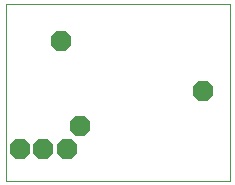
<source format=gbs>
G75*
%MOIN*%
%OFA0B0*%
%FSLAX25Y25*%
%IPPOS*%
%LPD*%
%AMOC8*
5,1,8,0,0,1.08239X$1,22.5*
%
%ADD10C,0.00000*%
%ADD11OC8,0.06700*%
D10*
X0001000Y0001000D02*
X0001000Y0059780D01*
X0075685Y0059780D01*
X0075685Y0001000D01*
X0001000Y0001000D01*
D11*
X0005724Y0011630D03*
X0013598Y0011630D03*
X0021472Y0011630D03*
X0025803Y0019110D03*
X0019504Y0047457D03*
X0066748Y0030921D03*
M02*

</source>
